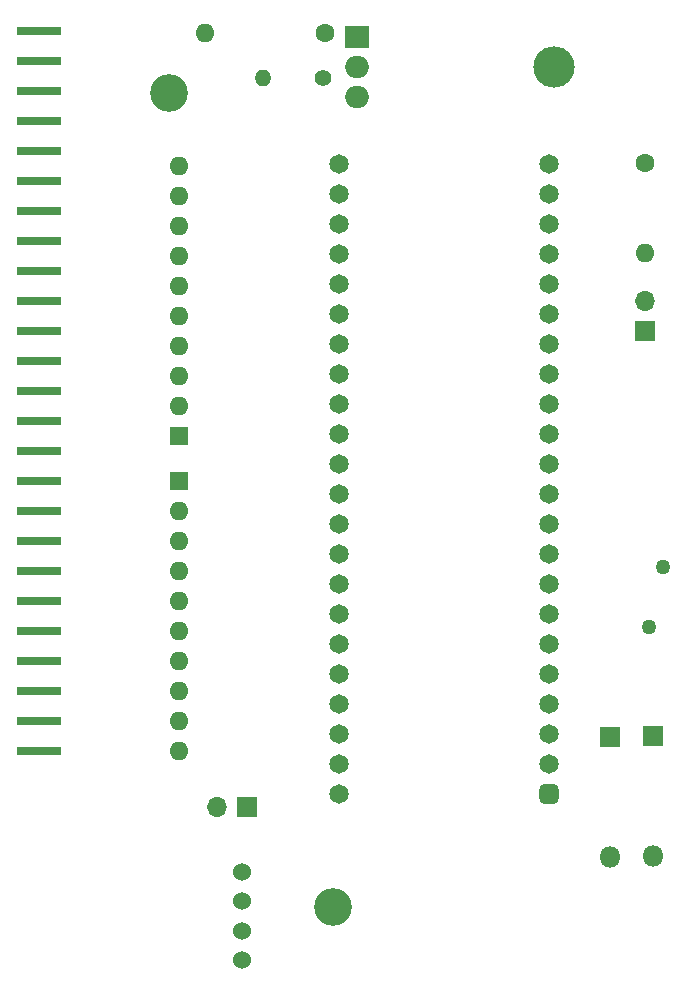
<source format=gbr>
%TF.GenerationSoftware,KiCad,Pcbnew,(6.0.2)*%
%TF.CreationDate,2022-04-19T06:00:42-06:00*%
%TF.ProjectId,F4Lite_THTV1_1,46344c69-7465-45f5-9448-5456315f312e,rev?*%
%TF.SameCoordinates,Original*%
%TF.FileFunction,Soldermask,Bot*%
%TF.FilePolarity,Negative*%
%FSLAX46Y46*%
G04 Gerber Fmt 4.6, Leading zero omitted, Abs format (unit mm)*
G04 Created by KiCad (PCBNEW (6.0.2)) date 2022-04-19 06:00:42*
%MOMM*%
%LPD*%
G01*
G04 APERTURE LIST*
G04 Aperture macros list*
%AMRoundRect*
0 Rectangle with rounded corners*
0 $1 Rounding radius*
0 $2 $3 $4 $5 $6 $7 $8 $9 X,Y pos of 4 corners*
0 Add a 4 corners polygon primitive as box body*
4,1,4,$2,$3,$4,$5,$6,$7,$8,$9,$2,$3,0*
0 Add four circle primitives for the rounded corners*
1,1,$1+$1,$2,$3*
1,1,$1+$1,$4,$5*
1,1,$1+$1,$6,$7*
1,1,$1+$1,$8,$9*
0 Add four rect primitives between the rounded corners*
20,1,$1+$1,$2,$3,$4,$5,0*
20,1,$1+$1,$4,$5,$6,$7,0*
20,1,$1+$1,$6,$7,$8,$9,0*
20,1,$1+$1,$8,$9,$2,$3,0*%
G04 Aperture macros list end*
%ADD10R,3.800000X0.750000*%
%ADD11C,1.524000*%
%ADD12C,3.200000*%
%ADD13C,1.270000*%
%ADD14C,1.600000*%
%ADD15O,1.600000X1.600000*%
%ADD16C,1.400000*%
%ADD17O,1.400000X1.400000*%
%ADD18R,1.600000X1.600000*%
%ADD19O,3.500000X3.500000*%
%ADD20R,2.000000X1.905000*%
%ADD21O,2.000000X1.905000*%
%ADD22R,1.700000X1.700000*%
%ADD23O,1.700000X1.700000*%
%ADD24R,1.800000X1.800000*%
%ADD25O,1.800000X1.800000*%
%ADD26RoundRect,0.412500X0.412500X0.412500X-0.412500X0.412500X-0.412500X-0.412500X0.412500X-0.412500X0*%
%ADD27C,1.650000*%
G04 APERTURE END LIST*
D10*
%TO.C,J4*%
X107043220Y-132267960D03*
X107043220Y-129727960D03*
X107043220Y-127187960D03*
X107043220Y-124647960D03*
X107043220Y-122107960D03*
X107043220Y-119567960D03*
X107043220Y-117027960D03*
X107043220Y-114487960D03*
X107043220Y-111947960D03*
X107043220Y-109407960D03*
X107043220Y-106867960D03*
X107043220Y-104327960D03*
X107043220Y-101787960D03*
X107043220Y-99247960D03*
X107043220Y-96707960D03*
X107043220Y-94167960D03*
X107043220Y-91627960D03*
X107043220Y-89087960D03*
X107043220Y-86547960D03*
X107043220Y-84007960D03*
X107043220Y-81467960D03*
X107043220Y-78927960D03*
X107043220Y-76387960D03*
X107043220Y-73847960D03*
X107043220Y-71307960D03*
%TD*%
D11*
%TO.C,J2*%
X124227580Y-149952080D03*
X124227580Y-147452080D03*
X124227580Y-144952080D03*
X124227580Y-142452080D03*
%TD*%
D12*
%TO.C,REF\u002A\u002A*%
X131988560Y-145448020D03*
%TD*%
%TO.C,REF\u002A\u002A*%
X118054120Y-76553060D03*
%TD*%
D13*
%TO.C,F1*%
X158734760Y-121757440D03*
X159877760Y-116677440D03*
%TD*%
D14*
%TO.C,R1*%
X131262120Y-71409560D03*
D15*
X121102120Y-71409560D03*
%TD*%
D16*
%TO.C,R2*%
X131135120Y-75283060D03*
D17*
X126055120Y-75283060D03*
%TD*%
D18*
%TO.C,RN1*%
X118943120Y-109382560D03*
D15*
X118943120Y-111922560D03*
X118943120Y-114462560D03*
X118943120Y-117002560D03*
X118943120Y-119542560D03*
X118943120Y-122082560D03*
X118943120Y-124622560D03*
X118943120Y-127162560D03*
X118943120Y-129702560D03*
X118943120Y-132242560D03*
%TD*%
D18*
%TO.C,RN2*%
X118943120Y-105572560D03*
D15*
X118943120Y-103032560D03*
X118943120Y-100492560D03*
X118943120Y-97952560D03*
X118943120Y-95412560D03*
X118943120Y-92872560D03*
X118943120Y-90332560D03*
X118943120Y-87792560D03*
X118943120Y-85252560D03*
X118943120Y-82712560D03*
%TD*%
D19*
%TO.C,U1*%
X150652620Y-74330560D03*
D20*
X133992620Y-71790560D03*
D21*
X133992620Y-74330560D03*
X133992620Y-76870560D03*
%TD*%
D22*
%TO.C,J1*%
X124632720Y-137010140D03*
D23*
X122092720Y-137010140D03*
%TD*%
D24*
%TO.C,D1*%
X159080200Y-130995420D03*
D25*
X159080200Y-141155420D03*
%TD*%
D24*
%TO.C,D2*%
X155425140Y-131033520D03*
D25*
X155425140Y-141193520D03*
%TD*%
D22*
%TO.C,J3*%
X158396940Y-96690180D03*
D23*
X158396940Y-94150180D03*
%TD*%
D14*
%TO.C,R3*%
X158376620Y-82453480D03*
D15*
X158376620Y-90073480D03*
%TD*%
D26*
%TO.C,U2*%
X150266400Y-135907780D03*
D27*
X150266400Y-133367780D03*
X150266400Y-130827780D03*
X150266400Y-128287780D03*
X150266400Y-125747780D03*
X150266400Y-123207780D03*
X150266400Y-120667780D03*
X150266400Y-118127780D03*
X150266400Y-115587780D03*
X150266400Y-113047780D03*
X150266400Y-110507780D03*
X150266400Y-107967780D03*
X150266400Y-105427780D03*
X150266400Y-102887780D03*
X150266400Y-100347780D03*
X150266400Y-97807780D03*
X150266400Y-95267780D03*
X150266400Y-92727780D03*
X150266400Y-90187780D03*
X150266400Y-87647780D03*
X150266400Y-85107780D03*
X150266400Y-82567780D03*
X132486400Y-82567780D03*
X132486400Y-85107780D03*
X132486400Y-87647780D03*
X132486400Y-90187780D03*
X132486400Y-92727780D03*
X132486400Y-95267780D03*
X132486400Y-97807780D03*
X132486400Y-100347780D03*
X132486400Y-102887780D03*
X132486400Y-105427780D03*
X132486400Y-107967780D03*
X132486400Y-110507780D03*
X132486400Y-113047780D03*
X132486400Y-115587780D03*
X132486400Y-118127780D03*
X132486400Y-120667780D03*
X132486400Y-123207780D03*
X132486400Y-125747780D03*
X132486400Y-128287780D03*
X132486400Y-130827780D03*
X132486400Y-133367780D03*
X132486400Y-135907780D03*
%TD*%
M02*

</source>
